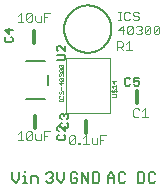
<source format=gto>
G75*
%MOIN*%
%OFA0B0*%
%FSLAX25Y25*%
%IPPOS*%
%LPD*%
%AMOC8*
5,1,8,0,0,1.08239X$1,22.5*
%
%ADD10C,0.00400*%
%ADD11C,0.00600*%
%ADD12C,0.01200*%
%ADD13C,0.00300*%
%ADD14C,0.00800*%
%ADD15C,0.00394*%
%ADD16C,0.00100*%
D10*
X0041903Y0052200D02*
X0041903Y0055002D01*
X0040502Y0053601D01*
X0042370Y0053601D01*
X0043449Y0052667D02*
X0045317Y0054535D01*
X0045317Y0052667D01*
X0044850Y0052200D01*
X0043916Y0052200D01*
X0043449Y0052667D01*
X0043449Y0054535D01*
X0043916Y0055002D01*
X0044850Y0055002D01*
X0045317Y0054535D01*
X0046395Y0054535D02*
X0046862Y0055002D01*
X0047796Y0055002D01*
X0048263Y0054535D01*
X0048263Y0054068D01*
X0047796Y0053601D01*
X0048263Y0053134D01*
X0048263Y0052667D01*
X0047796Y0052200D01*
X0046862Y0052200D01*
X0046395Y0052667D01*
X0047329Y0053601D02*
X0047796Y0053601D01*
X0049342Y0052667D02*
X0051210Y0054535D01*
X0051210Y0052667D01*
X0050743Y0052200D01*
X0049809Y0052200D01*
X0049342Y0052667D01*
X0049342Y0054535D01*
X0049809Y0055002D01*
X0050743Y0055002D01*
X0051210Y0054535D01*
X0052288Y0054535D02*
X0052288Y0052667D01*
X0054156Y0054535D01*
X0054156Y0052667D01*
X0053689Y0052200D01*
X0052755Y0052200D01*
X0052288Y0052667D01*
X0052288Y0054535D02*
X0052755Y0055002D01*
X0053689Y0055002D01*
X0054156Y0054535D01*
X0047281Y0057467D02*
X0046814Y0057000D01*
X0045880Y0057000D01*
X0045413Y0057467D01*
X0045880Y0058401D02*
X0046814Y0058401D01*
X0047281Y0057934D01*
X0047281Y0057467D01*
X0047281Y0059335D02*
X0046814Y0059802D01*
X0045880Y0059802D01*
X0045413Y0059335D01*
X0045413Y0058868D01*
X0045880Y0058401D01*
X0044335Y0057467D02*
X0043868Y0057000D01*
X0042933Y0057000D01*
X0042466Y0057467D01*
X0042466Y0059335D01*
X0042933Y0059802D01*
X0043868Y0059802D01*
X0044335Y0059335D01*
X0041436Y0059802D02*
X0040502Y0059802D01*
X0040969Y0059802D02*
X0040969Y0057000D01*
X0040502Y0057000D02*
X0041436Y0057000D01*
D11*
X0005191Y0003934D02*
X0006325Y0002800D01*
X0007460Y0003934D01*
X0007460Y0006203D01*
X0008874Y0005069D02*
X0009441Y0005069D01*
X0009441Y0002800D01*
X0008874Y0002800D02*
X0010009Y0002800D01*
X0011330Y0002800D02*
X0011330Y0005069D01*
X0013031Y0005069D01*
X0013598Y0004501D01*
X0013598Y0002800D01*
X0016419Y0003367D02*
X0016986Y0002800D01*
X0018120Y0002800D01*
X0018687Y0003367D01*
X0018687Y0003934D01*
X0018120Y0004501D01*
X0017553Y0004501D01*
X0018120Y0004501D02*
X0018687Y0005069D01*
X0018687Y0005636D01*
X0018120Y0006203D01*
X0016986Y0006203D01*
X0016419Y0005636D01*
X0020102Y0006203D02*
X0020102Y0003934D01*
X0021236Y0002800D01*
X0022371Y0003934D01*
X0022371Y0006203D01*
X0024577Y0005636D02*
X0024577Y0003367D01*
X0025144Y0002800D01*
X0026279Y0002800D01*
X0026846Y0003367D01*
X0026846Y0004501D01*
X0025712Y0004501D01*
X0026846Y0005636D02*
X0026279Y0006203D01*
X0025144Y0006203D01*
X0024577Y0005636D01*
X0028260Y0006203D02*
X0028260Y0002800D01*
X0030529Y0002800D02*
X0030529Y0006203D01*
X0031944Y0006203D02*
X0033645Y0006203D01*
X0034212Y0005636D01*
X0034212Y0003367D01*
X0033645Y0002800D01*
X0031944Y0002800D01*
X0031944Y0006203D01*
X0028260Y0006203D02*
X0030529Y0002800D01*
X0036919Y0002800D02*
X0036919Y0005069D01*
X0038053Y0006203D01*
X0039187Y0005069D01*
X0039187Y0002800D01*
X0040602Y0003367D02*
X0041169Y0002800D01*
X0042303Y0002800D01*
X0042871Y0003367D01*
X0042871Y0005636D02*
X0042303Y0006203D01*
X0041169Y0006203D01*
X0040602Y0005636D01*
X0040602Y0003367D01*
X0039187Y0004501D02*
X0036919Y0004501D01*
X0046919Y0002800D02*
X0048620Y0002800D01*
X0049187Y0003367D01*
X0049187Y0005636D01*
X0048620Y0006203D01*
X0046919Y0006203D01*
X0046919Y0002800D01*
X0050602Y0003367D02*
X0051169Y0002800D01*
X0052303Y0002800D01*
X0052871Y0003367D01*
X0052871Y0005636D02*
X0052303Y0006203D01*
X0051169Y0006203D01*
X0050602Y0005636D01*
X0050602Y0003367D01*
X0023752Y0021484D02*
X0023752Y0022351D01*
X0023318Y0022785D01*
X0022752Y0021731D02*
X0022752Y0019997D01*
X0021017Y0021731D01*
X0020583Y0021731D01*
X0020150Y0021298D01*
X0020150Y0020430D01*
X0020583Y0019997D01*
X0020583Y0018785D02*
X0020150Y0018351D01*
X0020150Y0017484D01*
X0020583Y0017050D01*
X0022318Y0017050D01*
X0022752Y0017484D01*
X0022752Y0018351D01*
X0022318Y0018785D01*
X0021583Y0021050D02*
X0021150Y0021484D01*
X0021150Y0022351D01*
X0021583Y0022785D01*
X0021583Y0023997D02*
X0021150Y0024430D01*
X0021150Y0025298D01*
X0021583Y0025731D01*
X0022017Y0025731D01*
X0022451Y0025298D01*
X0022885Y0025731D01*
X0023318Y0025731D01*
X0023752Y0025298D01*
X0023752Y0024430D01*
X0023318Y0023997D01*
X0022451Y0024864D02*
X0022451Y0025298D01*
X0023752Y0021484D02*
X0023318Y0021050D01*
X0021583Y0021050D01*
X0009441Y0006770D02*
X0009441Y0006203D01*
X0005191Y0006203D02*
X0005191Y0003934D01*
X0020100Y0043620D02*
X0022268Y0043620D01*
X0022702Y0044053D01*
X0022702Y0044921D01*
X0022268Y0045354D01*
X0020100Y0045354D01*
X0020533Y0046566D02*
X0020100Y0047000D01*
X0020100Y0047867D01*
X0020533Y0048301D01*
X0020967Y0048301D01*
X0022702Y0046566D01*
X0022702Y0048301D01*
X0005252Y0049984D02*
X0005252Y0050851D01*
X0004818Y0051285D01*
X0005252Y0049984D02*
X0004818Y0049550D01*
X0003083Y0049550D01*
X0002650Y0049984D01*
X0002650Y0050851D01*
X0003083Y0051285D01*
X0003951Y0052497D02*
X0003951Y0054231D01*
X0005252Y0053798D02*
X0002650Y0053798D01*
X0003951Y0052497D01*
X0042709Y0037269D02*
X0042709Y0035534D01*
X0043143Y0035100D01*
X0044010Y0035100D01*
X0044444Y0035534D01*
X0045655Y0035534D02*
X0046089Y0035100D01*
X0046957Y0035100D01*
X0047390Y0035534D01*
X0047390Y0036401D01*
X0046957Y0036835D01*
X0046523Y0036835D01*
X0045655Y0036401D01*
X0045655Y0037702D01*
X0047390Y0037702D01*
X0044444Y0037269D02*
X0044010Y0037702D01*
X0043143Y0037702D01*
X0042709Y0037269D01*
D12*
X0046802Y0033500D02*
X0046802Y0029500D01*
X0029802Y0023500D02*
X0029802Y0019500D01*
X0012802Y0021000D02*
X0012802Y0025000D01*
X0012302Y0049500D02*
X0012302Y0053500D01*
D13*
X0011314Y0056450D02*
X0010346Y0056450D01*
X0009862Y0056934D01*
X0011797Y0058869D01*
X0011797Y0056934D01*
X0011314Y0056450D01*
X0012809Y0056934D02*
X0013293Y0056450D01*
X0014744Y0056450D01*
X0014744Y0058385D01*
X0015755Y0057901D02*
X0016723Y0057901D01*
X0015755Y0056450D02*
X0015755Y0059352D01*
X0017690Y0059352D01*
X0012809Y0058385D02*
X0012809Y0056934D01*
X0011797Y0058869D02*
X0011314Y0059352D01*
X0010346Y0059352D01*
X0009862Y0058869D01*
X0009862Y0056934D01*
X0008851Y0056450D02*
X0006916Y0056450D01*
X0007883Y0056450D02*
X0007883Y0059352D01*
X0006916Y0058385D01*
X0040059Y0049852D02*
X0040059Y0046950D01*
X0040059Y0047917D02*
X0041510Y0047917D01*
X0041994Y0048401D01*
X0041994Y0049369D01*
X0041510Y0049852D01*
X0040059Y0049852D01*
X0041026Y0047917D02*
X0041994Y0046950D01*
X0043005Y0046950D02*
X0044940Y0046950D01*
X0043973Y0046950D02*
X0043973Y0049852D01*
X0043005Y0048885D01*
X0045936Y0027552D02*
X0045452Y0027069D01*
X0045452Y0025134D01*
X0045936Y0024650D01*
X0046903Y0024650D01*
X0047387Y0025134D01*
X0048399Y0024650D02*
X0050333Y0024650D01*
X0049366Y0024650D02*
X0049366Y0027552D01*
X0048399Y0026585D01*
X0047387Y0027069D02*
X0046903Y0027552D01*
X0045936Y0027552D01*
X0036450Y0018552D02*
X0034515Y0018552D01*
X0034515Y0015650D01*
X0033503Y0015650D02*
X0033503Y0017585D01*
X0034515Y0017101D02*
X0035482Y0017101D01*
X0033503Y0015650D02*
X0032052Y0015650D01*
X0031568Y0016134D01*
X0031568Y0017585D01*
X0030557Y0015650D02*
X0028622Y0015650D01*
X0029589Y0015650D02*
X0029589Y0018552D01*
X0028622Y0017585D01*
X0027632Y0016134D02*
X0027149Y0016134D01*
X0027149Y0015650D01*
X0027632Y0015650D01*
X0027632Y0016134D01*
X0026137Y0016134D02*
X0026137Y0018069D01*
X0024202Y0016134D01*
X0024686Y0015650D01*
X0025653Y0015650D01*
X0026137Y0016134D01*
X0026137Y0018069D02*
X0025653Y0018552D01*
X0024686Y0018552D01*
X0024202Y0018069D01*
X0024202Y0016134D01*
X0017690Y0019852D02*
X0015755Y0019852D01*
X0015755Y0016950D01*
X0014744Y0016950D02*
X0014744Y0018885D01*
X0015755Y0018401D02*
X0016723Y0018401D01*
X0014744Y0016950D02*
X0013293Y0016950D01*
X0012809Y0017434D01*
X0012809Y0018885D01*
X0011797Y0019369D02*
X0009862Y0017434D01*
X0010346Y0016950D01*
X0011314Y0016950D01*
X0011797Y0017434D01*
X0011797Y0019369D01*
X0011314Y0019852D01*
X0010346Y0019852D01*
X0009862Y0019369D01*
X0009862Y0017434D01*
X0008851Y0016950D02*
X0006916Y0016950D01*
X0007883Y0016950D02*
X0007883Y0019852D01*
X0006916Y0018885D01*
D14*
X0009652Y0030504D02*
X0015952Y0030504D01*
X0016936Y0035425D02*
X0016936Y0038575D01*
X0015952Y0043496D02*
X0009652Y0043496D01*
X0022428Y0054000D02*
X0022430Y0054193D01*
X0022437Y0054386D01*
X0022449Y0054579D01*
X0022466Y0054772D01*
X0022487Y0054964D01*
X0022513Y0055155D01*
X0022544Y0055346D01*
X0022579Y0055536D01*
X0022619Y0055725D01*
X0022664Y0055913D01*
X0022713Y0056100D01*
X0022767Y0056286D01*
X0022825Y0056470D01*
X0022888Y0056653D01*
X0022956Y0056834D01*
X0023027Y0057013D01*
X0023104Y0057191D01*
X0023184Y0057367D01*
X0023269Y0057540D01*
X0023358Y0057712D01*
X0023451Y0057881D01*
X0023548Y0058048D01*
X0023650Y0058213D01*
X0023755Y0058375D01*
X0023864Y0058534D01*
X0023978Y0058691D01*
X0024095Y0058844D01*
X0024215Y0058995D01*
X0024340Y0059143D01*
X0024468Y0059288D01*
X0024599Y0059429D01*
X0024734Y0059568D01*
X0024873Y0059703D01*
X0025014Y0059834D01*
X0025159Y0059962D01*
X0025307Y0060087D01*
X0025458Y0060207D01*
X0025611Y0060324D01*
X0025768Y0060438D01*
X0025927Y0060547D01*
X0026089Y0060652D01*
X0026254Y0060754D01*
X0026421Y0060851D01*
X0026590Y0060944D01*
X0026762Y0061033D01*
X0026935Y0061118D01*
X0027111Y0061198D01*
X0027289Y0061275D01*
X0027468Y0061346D01*
X0027649Y0061414D01*
X0027832Y0061477D01*
X0028016Y0061535D01*
X0028202Y0061589D01*
X0028389Y0061638D01*
X0028577Y0061683D01*
X0028766Y0061723D01*
X0028956Y0061758D01*
X0029147Y0061789D01*
X0029338Y0061815D01*
X0029530Y0061836D01*
X0029723Y0061853D01*
X0029916Y0061865D01*
X0030109Y0061872D01*
X0030302Y0061874D01*
X0030495Y0061872D01*
X0030688Y0061865D01*
X0030881Y0061853D01*
X0031074Y0061836D01*
X0031266Y0061815D01*
X0031457Y0061789D01*
X0031648Y0061758D01*
X0031838Y0061723D01*
X0032027Y0061683D01*
X0032215Y0061638D01*
X0032402Y0061589D01*
X0032588Y0061535D01*
X0032772Y0061477D01*
X0032955Y0061414D01*
X0033136Y0061346D01*
X0033315Y0061275D01*
X0033493Y0061198D01*
X0033669Y0061118D01*
X0033842Y0061033D01*
X0034014Y0060944D01*
X0034183Y0060851D01*
X0034350Y0060754D01*
X0034515Y0060652D01*
X0034677Y0060547D01*
X0034836Y0060438D01*
X0034993Y0060324D01*
X0035146Y0060207D01*
X0035297Y0060087D01*
X0035445Y0059962D01*
X0035590Y0059834D01*
X0035731Y0059703D01*
X0035870Y0059568D01*
X0036005Y0059429D01*
X0036136Y0059288D01*
X0036264Y0059143D01*
X0036389Y0058995D01*
X0036509Y0058844D01*
X0036626Y0058691D01*
X0036740Y0058534D01*
X0036849Y0058375D01*
X0036954Y0058213D01*
X0037056Y0058048D01*
X0037153Y0057881D01*
X0037246Y0057712D01*
X0037335Y0057540D01*
X0037420Y0057367D01*
X0037500Y0057191D01*
X0037577Y0057013D01*
X0037648Y0056834D01*
X0037716Y0056653D01*
X0037779Y0056470D01*
X0037837Y0056286D01*
X0037891Y0056100D01*
X0037940Y0055913D01*
X0037985Y0055725D01*
X0038025Y0055536D01*
X0038060Y0055346D01*
X0038091Y0055155D01*
X0038117Y0054964D01*
X0038138Y0054772D01*
X0038155Y0054579D01*
X0038167Y0054386D01*
X0038174Y0054193D01*
X0038176Y0054000D01*
X0038174Y0053807D01*
X0038167Y0053614D01*
X0038155Y0053421D01*
X0038138Y0053228D01*
X0038117Y0053036D01*
X0038091Y0052845D01*
X0038060Y0052654D01*
X0038025Y0052464D01*
X0037985Y0052275D01*
X0037940Y0052087D01*
X0037891Y0051900D01*
X0037837Y0051714D01*
X0037779Y0051530D01*
X0037716Y0051347D01*
X0037648Y0051166D01*
X0037577Y0050987D01*
X0037500Y0050809D01*
X0037420Y0050633D01*
X0037335Y0050460D01*
X0037246Y0050288D01*
X0037153Y0050119D01*
X0037056Y0049952D01*
X0036954Y0049787D01*
X0036849Y0049625D01*
X0036740Y0049466D01*
X0036626Y0049309D01*
X0036509Y0049156D01*
X0036389Y0049005D01*
X0036264Y0048857D01*
X0036136Y0048712D01*
X0036005Y0048571D01*
X0035870Y0048432D01*
X0035731Y0048297D01*
X0035590Y0048166D01*
X0035445Y0048038D01*
X0035297Y0047913D01*
X0035146Y0047793D01*
X0034993Y0047676D01*
X0034836Y0047562D01*
X0034677Y0047453D01*
X0034515Y0047348D01*
X0034350Y0047246D01*
X0034183Y0047149D01*
X0034014Y0047056D01*
X0033842Y0046967D01*
X0033669Y0046882D01*
X0033493Y0046802D01*
X0033315Y0046725D01*
X0033136Y0046654D01*
X0032955Y0046586D01*
X0032772Y0046523D01*
X0032588Y0046465D01*
X0032402Y0046411D01*
X0032215Y0046362D01*
X0032027Y0046317D01*
X0031838Y0046277D01*
X0031648Y0046242D01*
X0031457Y0046211D01*
X0031266Y0046185D01*
X0031074Y0046164D01*
X0030881Y0046147D01*
X0030688Y0046135D01*
X0030495Y0046128D01*
X0030302Y0046126D01*
X0030109Y0046128D01*
X0029916Y0046135D01*
X0029723Y0046147D01*
X0029530Y0046164D01*
X0029338Y0046185D01*
X0029147Y0046211D01*
X0028956Y0046242D01*
X0028766Y0046277D01*
X0028577Y0046317D01*
X0028389Y0046362D01*
X0028202Y0046411D01*
X0028016Y0046465D01*
X0027832Y0046523D01*
X0027649Y0046586D01*
X0027468Y0046654D01*
X0027289Y0046725D01*
X0027111Y0046802D01*
X0026935Y0046882D01*
X0026762Y0046967D01*
X0026590Y0047056D01*
X0026421Y0047149D01*
X0026254Y0047246D01*
X0026089Y0047348D01*
X0025927Y0047453D01*
X0025768Y0047562D01*
X0025611Y0047676D01*
X0025458Y0047793D01*
X0025307Y0047913D01*
X0025159Y0048038D01*
X0025014Y0048166D01*
X0024873Y0048297D01*
X0024734Y0048432D01*
X0024599Y0048571D01*
X0024468Y0048712D01*
X0024340Y0048857D01*
X0024215Y0049005D01*
X0024095Y0049156D01*
X0023978Y0049309D01*
X0023864Y0049466D01*
X0023755Y0049625D01*
X0023650Y0049787D01*
X0023548Y0049952D01*
X0023451Y0050119D01*
X0023358Y0050288D01*
X0023269Y0050460D01*
X0023184Y0050633D01*
X0023104Y0050809D01*
X0023027Y0050987D01*
X0022956Y0051166D01*
X0022888Y0051347D01*
X0022825Y0051530D01*
X0022767Y0051714D01*
X0022713Y0051900D01*
X0022664Y0052087D01*
X0022619Y0052275D01*
X0022579Y0052464D01*
X0022544Y0052654D01*
X0022513Y0052845D01*
X0022487Y0053036D01*
X0022466Y0053228D01*
X0022449Y0053421D01*
X0022437Y0053614D01*
X0022430Y0053807D01*
X0022428Y0054000D01*
D15*
X0022900Y0044315D02*
X0037704Y0044315D01*
X0037704Y0026008D01*
X0022900Y0026008D01*
X0022900Y0044315D01*
D16*
X0021931Y0042133D02*
X0022181Y0041883D01*
X0022181Y0041383D01*
X0021931Y0041132D01*
X0020930Y0042133D01*
X0021931Y0042133D01*
X0021931Y0041132D02*
X0020930Y0041132D01*
X0020680Y0041383D01*
X0020680Y0041883D01*
X0020930Y0042133D01*
X0020930Y0040660D02*
X0021931Y0039659D01*
X0022181Y0039909D01*
X0022181Y0040410D01*
X0021931Y0040660D01*
X0020930Y0040660D01*
X0020680Y0040410D01*
X0020680Y0039909D01*
X0020930Y0039659D01*
X0021931Y0039659D01*
X0021931Y0039187D02*
X0022181Y0038936D01*
X0022181Y0038436D01*
X0021931Y0038186D01*
X0021931Y0037713D02*
X0022181Y0037463D01*
X0022181Y0036963D01*
X0021931Y0036713D01*
X0020930Y0037713D01*
X0021931Y0037713D01*
X0021931Y0036713D02*
X0020930Y0036713D01*
X0020680Y0036963D01*
X0020680Y0037463D01*
X0020930Y0037713D01*
X0020930Y0038186D02*
X0020680Y0038436D01*
X0020680Y0038936D01*
X0020930Y0039187D01*
X0021180Y0039187D01*
X0021430Y0038936D01*
X0021681Y0039187D01*
X0021931Y0039187D01*
X0021430Y0038936D02*
X0021430Y0038686D01*
X0021430Y0036240D02*
X0021430Y0035239D01*
X0020680Y0035990D01*
X0022181Y0035990D01*
X0021430Y0034767D02*
X0021430Y0033766D01*
X0021681Y0033294D02*
X0021931Y0033294D01*
X0022181Y0033043D01*
X0022181Y0032543D01*
X0021931Y0032293D01*
X0021931Y0031820D02*
X0022181Y0031570D01*
X0022181Y0031070D01*
X0021931Y0030820D01*
X0020930Y0030820D01*
X0020680Y0031070D01*
X0020680Y0031570D01*
X0020930Y0031820D01*
X0020930Y0032293D02*
X0021180Y0032293D01*
X0021430Y0032543D01*
X0021430Y0033043D01*
X0021681Y0033294D01*
X0020930Y0033294D02*
X0020680Y0033043D01*
X0020680Y0032543D01*
X0020930Y0032293D01*
X0020680Y0030338D02*
X0020680Y0029837D01*
X0020680Y0030088D02*
X0022181Y0030088D01*
X0022181Y0030338D02*
X0022181Y0029837D01*
X0038318Y0031412D02*
X0039569Y0031412D01*
X0039819Y0031662D01*
X0039819Y0032163D01*
X0039569Y0032413D01*
X0038318Y0032413D01*
X0038568Y0032885D02*
X0038318Y0033136D01*
X0038318Y0033636D01*
X0038568Y0033886D01*
X0038818Y0034359D02*
X0038318Y0034859D01*
X0039819Y0034859D01*
X0039819Y0034359D02*
X0039819Y0035360D01*
X0039068Y0035832D02*
X0039068Y0036833D01*
X0038318Y0036583D02*
X0039068Y0035832D01*
X0038318Y0036583D02*
X0039819Y0036583D01*
X0039569Y0033886D02*
X0039319Y0033886D01*
X0039068Y0033636D01*
X0039068Y0033136D01*
X0038818Y0032885D01*
X0038568Y0032885D01*
X0038067Y0033386D02*
X0040069Y0033386D01*
X0039819Y0033636D02*
X0039569Y0033886D01*
X0039819Y0033636D02*
X0039819Y0033136D01*
X0039569Y0032885D01*
M02*

</source>
